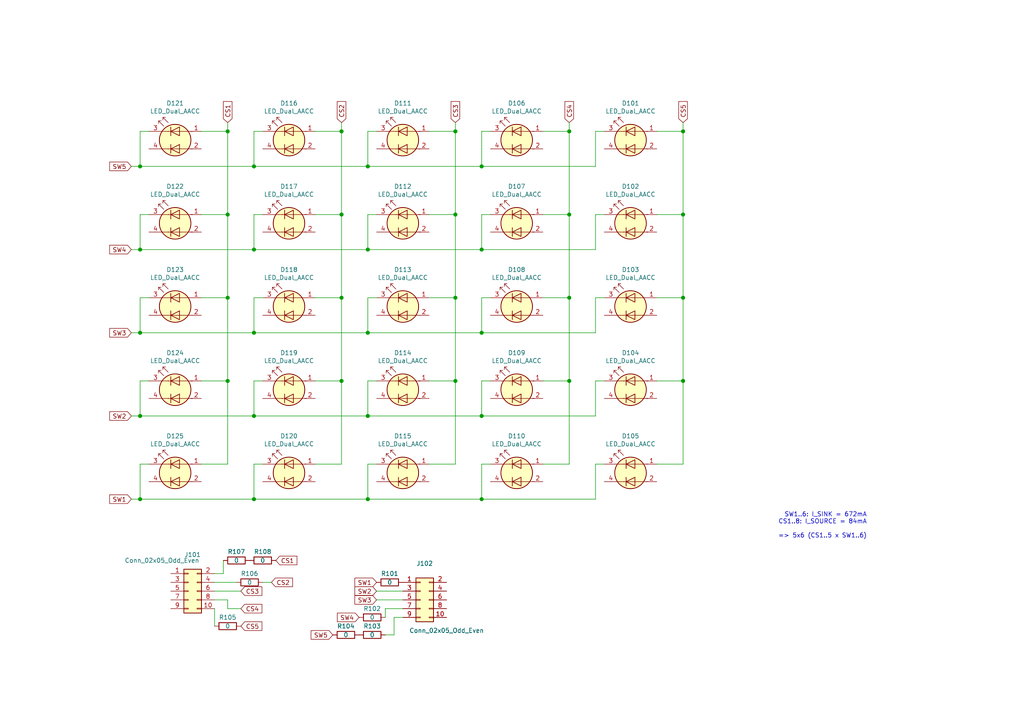
<source format=kicad_sch>
(kicad_sch (version 20200828) (generator eeschema)
  (page 1 1)
  (paper "A4")
  (title_block (title "Exposure Notifications LED matrix") (rev "1b") (company "hunz <hunz@mailbox.org>"))
  (lib_symbols
    (symbol "Connector_Generic:Conn_02x05_Odd_Even" (pin_names hide)
      (property "Reference" "J" (at 1.27 7.62 0))
      (property "Value" "Conn_02x05_Odd_Even" (at 1.27 -7.62 0))
      (symbol "Conn_02x05_Odd_Even_1_1"
        (rectangle (start -1.27 -4.953) (end 0 -5.207) (stroke (width 0.1524)))
        (rectangle (start -1.27 -2.413) (end 0 -2.667) (stroke (width 0.1524)))
        (rectangle (start -1.27 2.667) (end 0 2.413) (stroke (width 0.1524)))
        (rectangle (start -1.27 5.207) (end 0 4.953) (stroke (width 0.1524)))
        (rectangle (start -1.27 6.35) (end 3.81 -6.35) (stroke (width 0.254)) (fill (type background)))
        (rectangle (start -1.27 0.127) (end 0 -0.127) (stroke (width 0.1524)))
        (rectangle (start 3.81 -4.953) (end 2.54 -5.207) (stroke (width 0.1524)))
        (rectangle (start 3.81 -2.413) (end 2.54 -2.667) (stroke (width 0.1524)))
        (rectangle (start 3.81 2.667) (end 2.54 2.413) (stroke (width 0.1524)))
        (rectangle (start 3.81 5.207) (end 2.54 4.953) (stroke (width 0.1524)))
        (rectangle (start 3.81 0.127) (end 2.54 -0.127) (stroke (width 0.1524)))
        (pin passive line (at -5.08 5.08 0) (length 3.81) (name "Pin_1") (number "1"))
        (pin passive line (at 7.62 -5.08 180) (length 3.81) (name "Pin_10") (number "10"))
        (pin passive line (at 7.62 5.08 180) (length 3.81) (name "Pin_2") (number "2"))
        (pin passive line (at -5.08 2.54 0) (length 3.81) (name "Pin_3") (number "3"))
        (pin passive line (at 7.62 2.54 180) (length 3.81) (name "Pin_4") (number "4"))
        (pin passive line (at -5.08 0 0) (length 3.81) (name "Pin_5") (number "5"))
        (pin passive line (at 7.62 0 180) (length 3.81) (name "Pin_6") (number "6"))
        (pin passive line (at -5.08 -2.54 0) (length 3.81) (name "Pin_7") (number "7"))
        (pin passive line (at 7.62 -2.54 180) (length 3.81) (name "Pin_8") (number "8"))
        (pin passive line (at -5.08 -5.08 0) (length 3.81) (name "Pin_9") (number "9"))
      )
    )
    (symbol "Device:LED_Dual_AACC" (pin_names (offset 0) hide)
      (property "Reference" "D" (at 0 5.715 0))
      (property "Value" "LED_Dual_AACC" (at 0 -6.35 0))
      (symbol "LED_Dual_AACC_0_1"
        (circle (center 0 0) (radius 4.572) (stroke (width 0.254)) (fill (type background)))
        (polyline (pts (xy -5.08 -2.54) (xy 2.032 -2.54)))
        (polyline (pts (xy -5.08 2.54) (xy 2.032 2.54)))
        (polyline (pts (xy 1.27 -1.27) (xy 1.27 -3.81)) (stroke (width 0.2032)))
        (polyline (pts (xy 1.27 3.81) (xy 1.27 1.27)) (stroke (width 0.2032)))
        (polyline (pts (xy 3.81 -2.54) (xy 1.905 -2.54)))
        (polyline (pts (xy 3.81 2.54) (xy 1.905 2.54)))
        (polyline (pts (xy -1.27 -1.27) (xy -1.27 -3.81) (xy 1.27 -2.54) (xy -1.27 -1.27)) (stroke (width 0.2032)))
        (polyline (pts (xy -1.27 3.81) (xy -1.27 1.27) (xy 1.27 2.54) (xy -1.27 3.81)) (stroke (width 0.2032)))
        (polyline (pts (xy 2.032 5.08) (xy 3.556 6.604) (xy 2.794 6.604) (xy 3.556 6.604) (xy 3.556 5.842)))
        (polyline (pts (xy 3.302 4.064) (xy 4.826 5.588) (xy 4.064 5.588) (xy 4.826 5.588) (xy 4.826 4.826)))
      )
      (symbol "LED_Dual_AACC_1_1"
        (pin input line (at -7.62 2.54 0) (length 3.048) (name "A1") (number "1"))
        (pin input line (at -7.62 -2.54 0) (length 3.048) (name "A2") (number "2"))
        (pin input line (at 7.62 2.54 180) (length 3.81) (name "K1") (number "3"))
        (pin input line (at 7.62 -2.54 180) (length 3.81) (name "K2") (number "4"))
      )
    )
    (symbol "Device:R" (pin_numbers hide) (pin_names (offset 0))
      (property "Reference" "R" (at 2.032 0 90))
      (property "Value" "R" (at 0 0 90))
      (symbol "R_0_1"
        (rectangle (start -1.016 -2.54) (end 1.016 2.54) (stroke (width 0.254)))
      )
      (symbol "R_1_1"
        (pin passive line (at 0 3.81 270) (length 1.27) (name "~") (number "1"))
        (pin passive line (at 0 -3.81 90) (length 1.27) (name "~") (number "2"))
      )
    )
  )
  (junction (at 40.64 48.26) (diameter 1.016))
  (junction (at 40.64 72.39) (diameter 1.016))
  (junction (at 40.64 96.52) (diameter 1.016))
  (junction (at 40.64 120.65) (diameter 1.016))
  (junction (at 40.64 144.78) (diameter 1.016))
  (junction (at 66.04 38.1) (diameter 1.016))
  (junction (at 66.04 62.23) (diameter 1.016))
  (junction (at 66.04 86.36) (diameter 1.016))
  (junction (at 66.04 110.49) (diameter 1.016))
  (junction (at 73.66 48.26) (diameter 1.016))
  (junction (at 73.66 72.39) (diameter 1.016))
  (junction (at 73.66 96.52) (diameter 1.016))
  (junction (at 73.66 120.65) (diameter 1.016))
  (junction (at 73.66 144.78) (diameter 1.016))
  (junction (at 99.06 38.1) (diameter 1.016))
  (junction (at 99.06 62.23) (diameter 1.016))
  (junction (at 99.06 86.36) (diameter 1.016))
  (junction (at 99.06 110.49) (diameter 1.016))
  (junction (at 106.68 48.26) (diameter 1.016))
  (junction (at 106.68 72.39) (diameter 1.016))
  (junction (at 106.68 96.52) (diameter 1.016))
  (junction (at 106.68 120.65) (diameter 1.016))
  (junction (at 106.68 144.78) (diameter 1.016))
  (junction (at 132.08 38.1) (diameter 1.016))
  (junction (at 132.08 62.23) (diameter 1.016))
  (junction (at 132.08 86.36) (diameter 1.016))
  (junction (at 132.08 110.49) (diameter 1.016))
  (junction (at 139.7 48.26) (diameter 1.016))
  (junction (at 139.7 72.39) (diameter 1.016))
  (junction (at 139.7 96.52) (diameter 1.016))
  (junction (at 139.7 120.65) (diameter 1.016))
  (junction (at 139.7 144.78) (diameter 1.016))
  (junction (at 165.1 38.1) (diameter 1.016))
  (junction (at 165.1 62.23) (diameter 1.016))
  (junction (at 165.1 86.36) (diameter 1.016))
  (junction (at 165.1 110.49) (diameter 1.016))
  (junction (at 198.12 38.1) (diameter 1.016))
  (junction (at 198.12 62.23) (diameter 1.016))
  (junction (at 198.12 86.36) (diameter 1.016))
  (junction (at 198.12 110.49) (diameter 1.016))
  (wire (pts (xy 38.1 48.26) (xy 40.64 48.26)))
  (wire (pts (xy 38.1 72.39) (xy 40.64 72.39)))
  (wire (pts (xy 38.1 96.52) (xy 40.64 96.52)))
  (wire (pts (xy 38.1 120.65) (xy 40.64 120.65)))
  (wire (pts (xy 38.1 144.78) (xy 40.64 144.78)))
  (wire (pts (xy 40.64 38.1) (xy 40.64 48.26)))
  (wire (pts (xy 40.64 48.26) (xy 73.66 48.26)))
  (wire (pts (xy 40.64 62.23) (xy 40.64 72.39)))
  (wire (pts (xy 40.64 72.39) (xy 73.66 72.39)))
  (wire (pts (xy 40.64 86.36) (xy 40.64 96.52)))
  (wire (pts (xy 40.64 96.52) (xy 73.66 96.52)))
  (wire (pts (xy 40.64 110.49) (xy 40.64 120.65)))
  (wire (pts (xy 40.64 120.65) (xy 73.66 120.65)))
  (wire (pts (xy 40.64 134.62) (xy 40.64 144.78)))
  (wire (pts (xy 40.64 144.78) (xy 73.66 144.78)))
  (wire (pts (xy 43.18 38.1) (xy 40.64 38.1)))
  (wire (pts (xy 43.18 62.23) (xy 40.64 62.23)))
  (wire (pts (xy 43.18 86.36) (xy 40.64 86.36)))
  (wire (pts (xy 43.18 110.49) (xy 40.64 110.49)))
  (wire (pts (xy 43.18 134.62) (xy 40.64 134.62)))
  (wire (pts (xy 58.42 38.1) (xy 66.04 38.1)))
  (wire (pts (xy 58.42 62.23) (xy 66.04 62.23)))
  (wire (pts (xy 58.42 86.36) (xy 66.04 86.36)))
  (wire (pts (xy 58.42 110.49) (xy 66.04 110.49)))
  (wire (pts (xy 62.23 166.37) (xy 64.77 166.37)))
  (wire (pts (xy 62.23 168.91) (xy 68.58 168.91)))
  (wire (pts (xy 62.23 171.45) (xy 69.85 171.45)))
  (wire (pts (xy 62.23 176.53) (xy 62.23 181.61)))
  (wire (pts (xy 64.77 166.37) (xy 64.77 162.56)))
  (wire (pts (xy 66.04 35.56) (xy 66.04 38.1)))
  (wire (pts (xy 66.04 38.1) (xy 66.04 62.23)))
  (wire (pts (xy 66.04 62.23) (xy 66.04 86.36)))
  (wire (pts (xy 66.04 86.36) (xy 66.04 110.49)))
  (wire (pts (xy 66.04 110.49) (xy 66.04 134.62)))
  (wire (pts (xy 66.04 134.62) (xy 58.42 134.62)))
  (wire (pts (xy 66.04 173.99) (xy 62.23 173.99)))
  (wire (pts (xy 66.04 176.53) (xy 66.04 173.99)))
  (wire (pts (xy 69.85 176.53) (xy 66.04 176.53)))
  (wire (pts (xy 73.66 38.1) (xy 73.66 48.26)))
  (wire (pts (xy 73.66 48.26) (xy 106.68 48.26)))
  (wire (pts (xy 73.66 62.23) (xy 73.66 72.39)))
  (wire (pts (xy 73.66 72.39) (xy 106.68 72.39)))
  (wire (pts (xy 73.66 86.36) (xy 73.66 96.52)))
  (wire (pts (xy 73.66 96.52) (xy 106.68 96.52)))
  (wire (pts (xy 73.66 110.49) (xy 73.66 120.65)))
  (wire (pts (xy 73.66 120.65) (xy 106.68 120.65)))
  (wire (pts (xy 73.66 134.62) (xy 73.66 144.78)))
  (wire (pts (xy 73.66 144.78) (xy 106.68 144.78)))
  (wire (pts (xy 76.2 38.1) (xy 73.66 38.1)))
  (wire (pts (xy 76.2 62.23) (xy 73.66 62.23)))
  (wire (pts (xy 76.2 86.36) (xy 73.66 86.36)))
  (wire (pts (xy 76.2 110.49) (xy 73.66 110.49)))
  (wire (pts (xy 76.2 134.62) (xy 73.66 134.62)))
  (wire (pts (xy 76.2 168.91) (xy 78.74 168.91)))
  (wire (pts (xy 91.44 38.1) (xy 99.06 38.1)))
  (wire (pts (xy 91.44 62.23) (xy 99.06 62.23)))
  (wire (pts (xy 91.44 86.36) (xy 99.06 86.36)))
  (wire (pts (xy 91.44 110.49) (xy 99.06 110.49)))
  (wire (pts (xy 99.06 35.56) (xy 99.06 38.1)))
  (wire (pts (xy 99.06 38.1) (xy 99.06 62.23)))
  (wire (pts (xy 99.06 62.23) (xy 99.06 86.36)))
  (wire (pts (xy 99.06 86.36) (xy 99.06 110.49)))
  (wire (pts (xy 99.06 110.49) (xy 99.06 134.62)))
  (wire (pts (xy 99.06 134.62) (xy 91.44 134.62)))
  (wire (pts (xy 106.68 38.1) (xy 106.68 48.26)))
  (wire (pts (xy 106.68 48.26) (xy 139.7 48.26)))
  (wire (pts (xy 106.68 62.23) (xy 106.68 72.39)))
  (wire (pts (xy 106.68 72.39) (xy 139.7 72.39)))
  (wire (pts (xy 106.68 86.36) (xy 106.68 96.52)))
  (wire (pts (xy 106.68 96.52) (xy 139.7 96.52)))
  (wire (pts (xy 106.68 110.49) (xy 106.68 120.65)))
  (wire (pts (xy 106.68 120.65) (xy 139.7 120.65)))
  (wire (pts (xy 106.68 134.62) (xy 106.68 144.78)))
  (wire (pts (xy 106.68 144.78) (xy 139.7 144.78)))
  (wire (pts (xy 109.22 38.1) (xy 106.68 38.1)))
  (wire (pts (xy 109.22 62.23) (xy 106.68 62.23)))
  (wire (pts (xy 109.22 86.36) (xy 106.68 86.36)))
  (wire (pts (xy 109.22 110.49) (xy 106.68 110.49)))
  (wire (pts (xy 109.22 134.62) (xy 106.68 134.62)))
  (wire (pts (xy 109.22 171.45) (xy 116.84 171.45)))
  (wire (pts (xy 109.22 173.99) (xy 116.84 173.99)))
  (wire (pts (xy 111.76 176.53) (xy 111.76 179.07)))
  (wire (pts (xy 114.3 179.07) (xy 114.3 184.15)))
  (wire (pts (xy 114.3 184.15) (xy 111.76 184.15)))
  (wire (pts (xy 116.84 176.53) (xy 111.76 176.53)))
  (wire (pts (xy 116.84 179.07) (xy 114.3 179.07)))
  (wire (pts (xy 124.46 38.1) (xy 132.08 38.1)))
  (wire (pts (xy 124.46 62.23) (xy 132.08 62.23)))
  (wire (pts (xy 124.46 86.36) (xy 132.08 86.36)))
  (wire (pts (xy 124.46 110.49) (xy 132.08 110.49)))
  (wire (pts (xy 132.08 35.56) (xy 132.08 38.1)))
  (wire (pts (xy 132.08 38.1) (xy 132.08 62.23)))
  (wire (pts (xy 132.08 62.23) (xy 132.08 86.36)))
  (wire (pts (xy 132.08 86.36) (xy 132.08 110.49)))
  (wire (pts (xy 132.08 110.49) (xy 132.08 134.62)))
  (wire (pts (xy 132.08 134.62) (xy 124.46 134.62)))
  (wire (pts (xy 139.7 38.1) (xy 139.7 48.26)))
  (wire (pts (xy 139.7 48.26) (xy 172.72 48.26)))
  (wire (pts (xy 139.7 62.23) (xy 139.7 72.39)))
  (wire (pts (xy 139.7 72.39) (xy 172.72 72.39)))
  (wire (pts (xy 139.7 86.36) (xy 139.7 96.52)))
  (wire (pts (xy 139.7 96.52) (xy 172.72 96.52)))
  (wire (pts (xy 139.7 110.49) (xy 139.7 120.65)))
  (wire (pts (xy 139.7 120.65) (xy 172.72 120.65)))
  (wire (pts (xy 139.7 134.62) (xy 139.7 144.78)))
  (wire (pts (xy 139.7 144.78) (xy 172.72 144.78)))
  (wire (pts (xy 142.24 38.1) (xy 139.7 38.1)))
  (wire (pts (xy 142.24 62.23) (xy 139.7 62.23)))
  (wire (pts (xy 142.24 86.36) (xy 139.7 86.36)))
  (wire (pts (xy 142.24 110.49) (xy 139.7 110.49)))
  (wire (pts (xy 142.24 134.62) (xy 139.7 134.62)))
  (wire (pts (xy 157.48 38.1) (xy 165.1 38.1)))
  (wire (pts (xy 157.48 62.23) (xy 165.1 62.23)))
  (wire (pts (xy 157.48 86.36) (xy 165.1 86.36)))
  (wire (pts (xy 157.48 110.49) (xy 165.1 110.49)))
  (wire (pts (xy 165.1 35.56) (xy 165.1 38.1)))
  (wire (pts (xy 165.1 38.1) (xy 165.1 62.23)))
  (wire (pts (xy 165.1 62.23) (xy 165.1 86.36)))
  (wire (pts (xy 165.1 86.36) (xy 165.1 110.49)))
  (wire (pts (xy 165.1 110.49) (xy 165.1 134.62)))
  (wire (pts (xy 165.1 134.62) (xy 157.48 134.62)))
  (wire (pts (xy 172.72 38.1) (xy 172.72 48.26)))
  (wire (pts (xy 172.72 62.23) (xy 172.72 72.39)))
  (wire (pts (xy 172.72 86.36) (xy 172.72 96.52)))
  (wire (pts (xy 172.72 110.49) (xy 172.72 120.65)))
  (wire (pts (xy 172.72 134.62) (xy 172.72 144.78)))
  (wire (pts (xy 175.26 38.1) (xy 172.72 38.1)))
  (wire (pts (xy 175.26 62.23) (xy 172.72 62.23)))
  (wire (pts (xy 175.26 86.36) (xy 172.72 86.36)))
  (wire (pts (xy 175.26 110.49) (xy 172.72 110.49)))
  (wire (pts (xy 175.26 134.62) (xy 172.72 134.62)))
  (wire (pts (xy 190.5 38.1) (xy 198.12 38.1)))
  (wire (pts (xy 190.5 62.23) (xy 198.12 62.23)))
  (wire (pts (xy 190.5 86.36) (xy 198.12 86.36)))
  (wire (pts (xy 190.5 110.49) (xy 198.12 110.49)))
  (wire (pts (xy 198.12 35.56) (xy 198.12 38.1)))
  (wire (pts (xy 198.12 38.1) (xy 198.12 62.23)))
  (wire (pts (xy 198.12 62.23) (xy 198.12 86.36)))
  (wire (pts (xy 198.12 86.36) (xy 198.12 110.49)))
  (wire (pts (xy 198.12 110.49) (xy 198.12 134.62)))
  (wire (pts (xy 198.12 134.62) (xy 190.5 134.62)))
  (text "SW1..6: I_SINK = 672mA\nCS1..8: I_SOURCE = 84mA\n\n=> 5x6 (CS1..5 x SW1..6)" (at 251.46 156.21 0) (effects (font (size 1.27 1.27)) (justify right bottom)))
  (global_label "SW5" (shape input) (at 38.1 48.26 180))
  (global_label "SW4" (shape input) (at 38.1 72.39 180))
  (global_label "SW3" (shape input) (at 38.1 96.52 180))
  (global_label "SW2" (shape input) (at 38.1 120.65 180))
  (global_label "SW1" (shape input) (at 38.1 144.78 180))
  (global_label "CS1" (shape input) (at 66.04 35.56 90))
  (global_label "CS3" (shape input) (at 69.85 171.45 0))
  (global_label "CS4" (shape input) (at 69.85 176.53 0))
  (global_label "CS5" (shape input) (at 69.85 181.61 0))
  (global_label "CS2" (shape input) (at 78.74 168.91 0))
  (global_label "CS1" (shape input) (at 80.01 162.56 0))
  (global_label "SW5" (shape input) (at 96.52 184.15 180))
  (global_label "CS2" (shape input) (at 99.06 35.56 90))
  (global_label "SW4" (shape input) (at 104.14 179.07 180))
  (global_label "SW1" (shape input) (at 109.22 168.91 180))
  (global_label "SW2" (shape input) (at 109.22 171.45 180))
  (global_label "SW3" (shape input) (at 109.22 173.99 180))
  (global_label "CS3" (shape input) (at 132.08 35.56 90))
  (global_label "CS4" (shape input) (at 165.1 35.56 90))
  (global_label "CS5" (shape input) (at 198.12 35.56 90))
  (symbol (lib_id "Device:R") (at 66.04 181.61 90) (unit 1)
    (property "Reference" "R105" (at 66.04 179.07 90))
    (property "Value" "0" (at 66.04 181.61 90))
    (property "Footprint" "Resistor_SMD:R_1206_3216Metric" (effects hide))
  )
  (symbol (lib_id "Device:R") (at 68.58 162.56 90) (unit 1)
    (property "Reference" "R107" (at 68.58 160.02 90))
    (property "Value" "0" (at 68.58 162.56 90))
    (property "Footprint" "Resistor_SMD:R_1206_3216Metric" (effects hide))
  )
  (symbol (lib_id "Device:R") (at 72.39 168.91 90) (unit 1)
    (property "Reference" "R106" (at 72.39 166.37 90))
    (property "Value" "0" (at 72.39 168.91 90))
    (property "Footprint" "Resistor_SMD:R_1206_3216Metric" (effects hide))
  )
  (symbol (lib_id "Device:R") (at 76.2 162.56 90) (unit 1)
    (property "Reference" "R108" (at 76.2 160.02 90))
    (property "Value" "0" (at 76.2 162.56 90))
    (property "Footprint" "Resistor_SMD:R_1206_3216Metric" (effects hide))
  )
  (symbol (lib_id "Device:R") (at 100.33 184.15 90) (unit 1)
    (property "Reference" "R104" (at 100.33 181.61 90))
    (property "Value" "0" (at 100.33 184.15 90))
    (property "Footprint" "Resistor_SMD:R_1206_3216Metric" (effects hide))
  )
  (symbol (lib_id "Device:R") (at 107.95 179.07 90) (unit 1)
    (property "Reference" "R102" (at 107.95 176.53 90))
    (property "Value" "0" (at 107.95 179.07 90))
    (property "Footprint" "Resistor_SMD:R_1206_3216Metric" (effects hide))
  )
  (symbol (lib_id "Device:R") (at 107.95 184.15 90) (unit 1)
    (property "Reference" "R103" (at 107.95 181.61 90))
    (property "Value" "0" (at 107.95 184.15 90))
    (property "Footprint" "Resistor_SMD:R_1206_3216Metric" (effects hide))
  )
  (symbol (lib_id "Device:R") (at 113.03 168.91 90) (unit 1)
    (property "Reference" "R101" (at 113.03 166.37 90))
    (property "Value" "0" (at 113.03 168.91 90))
    (property "Footprint" "Resistor_SMD:R_1206_3216Metric" (effects hide))
  )
  (symbol (lib_id "Connector_Generic:Conn_02x05_Odd_Even") (at 54.61 171.45 0) (unit 1)
    (property "Reference" "J101" (at 55.88 160.8898 0))
    (property "Value" "Conn_02x05_Odd_Even" (at 46.99 162.56 0))
    (property "Footprint" "Connector_PinHeader_2.54mm:PinHeader_2x05_P2.54mm_Vertical_SMD" (effects hide))
  )
  (symbol (lib_id "Connector_Generic:Conn_02x05_Odd_Even") (at 121.92 173.99 0) (unit 1)
    (property "Reference" "J102" (at 123.19 163.4298 0))
    (property "Value" "Conn_02x05_Odd_Even" (at 129.54 182.88 0))
    (property "Footprint" "Connector_PinHeader_2.54mm:PinHeader_2x05_P2.54mm_Vertical_SMD" (effects hide))
  )
  (symbol (lib_id "Device:LED_Dual_AACC") (at 50.8 40.64 0) (mirror y) (unit 1)
    (property "Reference" "D121" (at 50.8 29.9528 0))
    (property "Value" "LED_Dual_AACC" (at 50.8 32.2515 0))
    (property "Footprint" "leds:Wuerth_150141RV73100" (effects hide))
  )
  (symbol (lib_id "Device:LED_Dual_AACC") (at 50.8 64.77 0) (mirror y) (unit 1)
    (property "Reference" "D122" (at 50.8 54.0828 0))
    (property "Value" "LED_Dual_AACC" (at 50.8 56.3815 0))
    (property "Footprint" "leds:Wuerth_150141RV73100" (effects hide))
  )
  (symbol (lib_id "Device:LED_Dual_AACC") (at 50.8 88.9 0) (mirror y) (unit 1)
    (property "Reference" "D123" (at 50.8 78.2128 0))
    (property "Value" "LED_Dual_AACC" (at 50.8 80.5115 0))
    (property "Footprint" "leds:Wuerth_150141RV73100" (effects hide))
  )
  (symbol (lib_id "Device:LED_Dual_AACC") (at 50.8 113.03 0) (mirror y) (unit 1)
    (property "Reference" "D124" (at 50.8 102.3428 0))
    (property "Value" "LED_Dual_AACC" (at 50.8 104.6415 0))
    (property "Footprint" "leds:Wuerth_150141RV73100" (effects hide))
  )
  (symbol (lib_id "Device:LED_Dual_AACC") (at 50.8 137.16 0) (mirror y) (unit 1)
    (property "Reference" "D125" (at 50.8 126.4728 0))
    (property "Value" "LED_Dual_AACC" (at 50.8 128.7715 0))
    (property "Footprint" "leds:Wuerth_150141RV73100" (effects hide))
  )
  (symbol (lib_id "Device:LED_Dual_AACC") (at 83.82 40.64 0) (mirror y) (unit 1)
    (property "Reference" "D116" (at 83.82 29.9528 0))
    (property "Value" "LED_Dual_AACC" (at 83.82 32.2515 0))
    (property "Footprint" "leds:Wuerth_150141RV73100" (effects hide))
  )
  (symbol (lib_id "Device:LED_Dual_AACC") (at 83.82 64.77 0) (mirror y) (unit 1)
    (property "Reference" "D117" (at 83.82 54.0828 0))
    (property "Value" "LED_Dual_AACC" (at 83.82 56.3815 0))
    (property "Footprint" "leds:Wuerth_150141RV73100" (effects hide))
  )
  (symbol (lib_id "Device:LED_Dual_AACC") (at 83.82 88.9 0) (mirror y) (unit 1)
    (property "Reference" "D118" (at 83.82 78.2128 0))
    (property "Value" "LED_Dual_AACC" (at 83.82 80.5115 0))
    (property "Footprint" "leds:Wuerth_150141RV73100" (effects hide))
  )
  (symbol (lib_id "Device:LED_Dual_AACC") (at 83.82 113.03 0) (mirror y) (unit 1)
    (property "Reference" "D119" (at 83.82 102.3428 0))
    (property "Value" "LED_Dual_AACC" (at 83.82 104.6415 0))
    (property "Footprint" "leds:Wuerth_150141RV73100" (effects hide))
  )
  (symbol (lib_id "Device:LED_Dual_AACC") (at 83.82 137.16 0) (mirror y) (unit 1)
    (property "Reference" "D120" (at 83.82 126.4728 0))
    (property "Value" "LED_Dual_AACC" (at 83.82 128.7715 0))
    (property "Footprint" "leds:Wuerth_150141RV73100" (effects hide))
  )
  (symbol (lib_id "Device:LED_Dual_AACC") (at 116.84 40.64 0) (mirror y) (unit 1)
    (property "Reference" "D111" (at 116.84 29.9528 0))
    (property "Value" "LED_Dual_AACC" (at 116.84 32.2515 0))
    (property "Footprint" "leds:Wuerth_150141RV73100" (effects hide))
  )
  (symbol (lib_id "Device:LED_Dual_AACC") (at 116.84 64.77 0) (mirror y) (unit 1)
    (property "Reference" "D112" (at 116.84 54.0828 0))
    (property "Value" "LED_Dual_AACC" (at 116.84 56.3815 0))
    (property "Footprint" "leds:Wuerth_150141RV73100" (effects hide))
  )
  (symbol (lib_id "Device:LED_Dual_AACC") (at 116.84 88.9 0) (mirror y) (unit 1)
    (property "Reference" "D113" (at 116.84 78.2128 0))
    (property "Value" "LED_Dual_AACC" (at 116.84 80.5115 0))
    (property "Footprint" "leds:Wuerth_150141RV73100" (effects hide))
  )
  (symbol (lib_id "Device:LED_Dual_AACC") (at 116.84 113.03 0) (mirror y) (unit 1)
    (property "Reference" "D114" (at 116.84 102.3428 0))
    (property "Value" "LED_Dual_AACC" (at 116.84 104.6415 0))
    (property "Footprint" "leds:Wuerth_150141RV73100" (effects hide))
  )
  (symbol (lib_id "Device:LED_Dual_AACC") (at 116.84 137.16 0) (mirror y) (unit 1)
    (property "Reference" "D115" (at 116.84 126.4728 0))
    (property "Value" "LED_Dual_AACC" (at 116.84 128.7715 0))
    (property "Footprint" "leds:Wuerth_150141RV73100" (effects hide))
  )
  (symbol (lib_id "Device:LED_Dual_AACC") (at 149.86 40.64 0) (mirror y) (unit 1)
    (property "Reference" "D106" (at 149.86 29.9528 0))
    (property "Value" "LED_Dual_AACC" (at 149.86 32.2515 0))
    (property "Footprint" "leds:Wuerth_150141RV73100" (effects hide))
  )
  (symbol (lib_id "Device:LED_Dual_AACC") (at 149.86 64.77 0) (mirror y) (unit 1)
    (property "Reference" "D107" (at 149.86 54.0828 0))
    (property "Value" "LED_Dual_AACC" (at 149.86 56.3815 0))
    (property "Footprint" "leds:Wuerth_150141RV73100" (effects hide))
  )
  (symbol (lib_id "Device:LED_Dual_AACC") (at 149.86 88.9 0) (mirror y) (unit 1)
    (property "Reference" "D108" (at 149.86 78.2128 0))
    (property "Value" "LED_Dual_AACC" (at 149.86 80.5115 0))
    (property "Footprint" "leds:Wuerth_150141RV73100" (effects hide))
  )
  (symbol (lib_id "Device:LED_Dual_AACC") (at 149.86 113.03 0) (mirror y) (unit 1)
    (property "Reference" "D109" (at 149.86 102.3428 0))
    (property "Value" "LED_Dual_AACC" (at 149.86 104.6415 0))
    (property "Footprint" "leds:Wuerth_150141RV73100" (effects hide))
  )
  (symbol (lib_id "Device:LED_Dual_AACC") (at 149.86 137.16 0) (mirror y) (unit 1)
    (property "Reference" "D110" (at 149.86 126.4728 0))
    (property "Value" "LED_Dual_AACC" (at 149.86 128.7715 0))
    (property "Footprint" "leds:Wuerth_150141RV73100" (effects hide))
  )
  (symbol (lib_id "Device:LED_Dual_AACC") (at 182.88 40.64 0) (mirror y) (unit 1)
    (property "Reference" "D101" (at 182.88 29.9528 0))
    (property "Value" "LED_Dual_AACC" (at 182.88 32.2515 0))
    (property "Footprint" "leds:Wuerth_150141RV73100" (effects hide))
  )
  (symbol (lib_id "Device:LED_Dual_AACC") (at 182.88 64.77 0) (mirror y) (unit 1)
    (property "Reference" "D102" (at 182.88 54.0828 0))
    (property "Value" "LED_Dual_AACC" (at 182.88 56.3815 0))
    (property "Footprint" "leds:Wuerth_150141RV73100" (effects hide))
  )
  (symbol (lib_id "Device:LED_Dual_AACC") (at 182.88 88.9 0) (mirror y) (unit 1)
    (property "Reference" "D103" (at 182.88 78.2128 0))
    (property "Value" "LED_Dual_AACC" (at 182.88 80.5115 0))
    (property "Footprint" "leds:Wuerth_150141RV73100" (effects hide))
  )
  (symbol (lib_id "Device:LED_Dual_AACC") (at 182.88 113.03 0) (mirror y) (unit 1)
    (property "Reference" "D104" (at 182.88 102.3428 0))
    (property "Value" "LED_Dual_AACC" (at 182.88 104.6415 0))
    (property "Footprint" "leds:Wuerth_150141RV73100" (effects hide))
  )
  (symbol (lib_id "Device:LED_Dual_AACC") (at 182.88 137.16 0) (mirror y) (unit 1)
    (property "Reference" "D105" (at 182.88 126.4728 0))
    (property "Value" "LED_Dual_AACC" (at 182.88 128.7715 0))
    (property "Footprint" "leds:Wuerth_150141RV73100" (effects hide))
  )
)
</source>
